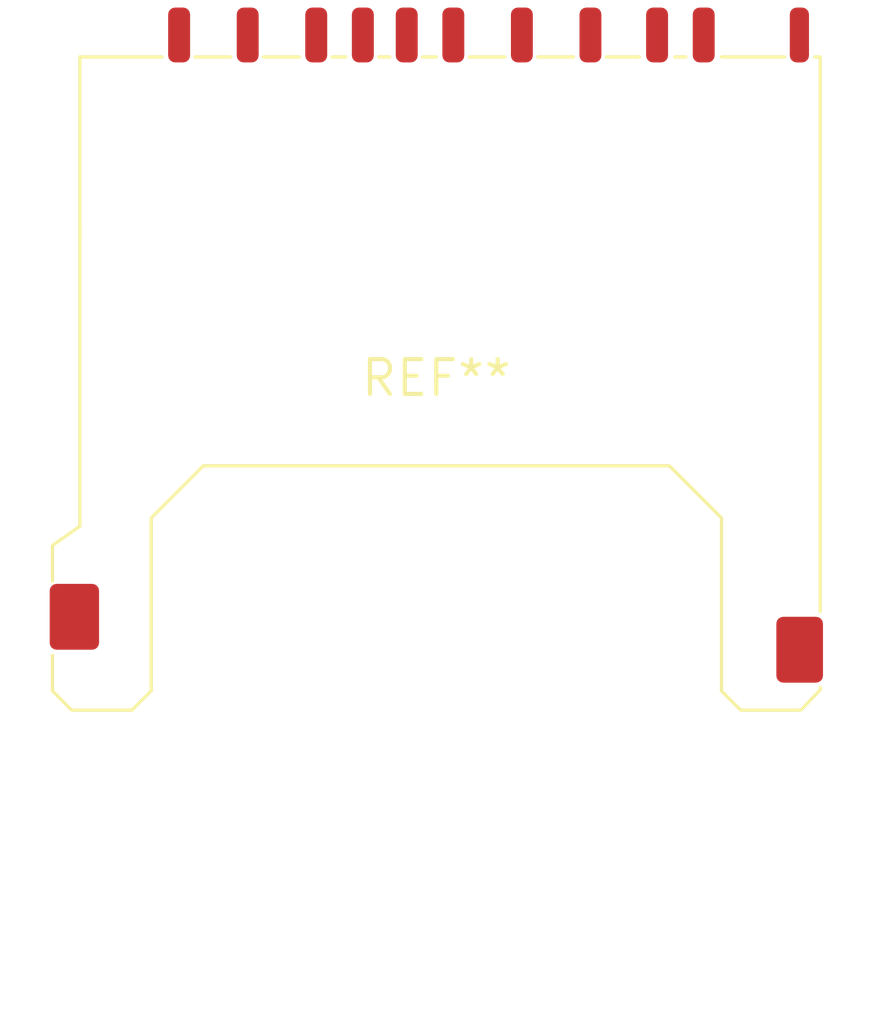
<source format=kicad_pcb>
(kicad_pcb (version 20240108) (generator pcbnew)
  (layers (0 "F.Cu" signal) (31 "B.Cu" signal) (34 "B.Paste" user) (35 "F.Paste" user) (36 "B.SilkS" user "B.Silkscreen") (37 "F.SilkS" user "F.Silkscreen") (38 "B.Mask" user) (39 "F.Mask" user) (44 "Edge.Cuts" user))
  (net 0 "")
  (footprint "SD_Kyocera_145638109211859+" (layer "F.Cu") (at 0 0)
    (property "Reference" "REF**")
    (property "Value" "SD_Kyocera_145638109211859+")
    (fp_line (start -14 6.1) (end -14 7.4) (layer "F.SilkS") (stroke (width 0.12)))
    (fp_line (start -14 6.1) (end -13 5.4) (layer "F.SilkS") (stroke (width 0.12)))
    (fp_line (start -14 10.1) (end -14 11.4) (layer "F.SilkS") (stroke (width 0.12)))
    (fp_line (start -13.3 12.1) (end -14 11.4) (layer "F.SilkS") (stroke (width 0.12)))
    (fp_line (start -13.3 12.1) (end -11.1 12.1) (layer "F.SilkS") (stroke (width 0.12)))
    (fp_line (start -13 -11.7) (end -10 -11.7) (layer "F.SilkS") (stroke (width 0.12)))
    (fp_line (start -13 5.4) (end -13 -11.7) (layer "F.SilkS") (stroke (width 0.12)))
    (fp_line (start -10.4 11.4) (end -11.1 12.1) (layer "F.SilkS") (stroke (width 0.12)))
    (fp_line (start -10.4 11.4) (end -10.4 5.1) (layer "F.SilkS") (stroke (width 0.12)))
    (fp_line (start -8.8 -11.7) (end -7.5 -11.7) (layer "F.SilkS") (stroke (width 0.12)))
    (fp_line (start -8.5 3.2) (end -10.4 5.1) (layer "F.SilkS") (stroke (width 0.12)))
    (fp_line (start -6.3 -11.7) (end -5 -11.7) (layer "F.SilkS") (stroke (width 0.12)))
    (fp_line (start -3.8 -11.7) (end -3.3 -11.7) (layer "F.SilkS") (stroke (width 0.12)))
    (fp_line (start -2.1 -11.7) (end -1.7 -11.7) (layer "F.SilkS") (stroke (width 0.12)))
    (fp_line (start -0.5 -11.7) (end 0 -11.7) (layer "F.SilkS") (stroke (width 0.12)))
    (fp_line (start 1.2 -11.7) (end 2.5 -11.7) (layer "F.SilkS") (stroke (width 0.12)))
    (fp_line (start 3.7 -11.7) (end 5 -11.7) (layer "F.SilkS") (stroke (width 0.12)))
    (fp_line (start 6.2 -11.7) (end 7.4 -11.7) (layer "F.SilkS") (stroke (width 0.12)))
    (fp_line (start 8.5 3.2) (end -8.5 3.2) (layer "F.SilkS") (stroke (width 0.12)))
    (fp_line (start 8.5 3.2) (end 10.4 5.1) (layer "F.SilkS") (stroke (width 0.12)))
    (fp_line (start 8.7 -11.7) (end 9.1 -11.7) (layer "F.SilkS") (stroke (width 0.12)))
    (fp_line (start 10.4 -11.7) (end 12.7 -11.7) (layer "F.SilkS") (stroke (width 0.12)))
    (fp_line (start 10.4 11.4) (end 10.4 5.1) (layer "F.SilkS") (stroke (width 0.12)))
    (fp_line (start 10.4 11.4) (end 11.1 12.1) (layer "F.SilkS") (stroke (width 0.12)))
    (fp_line (start 13.26 12.1) (end 11.1 12.1) (layer "F.SilkS") (stroke (width 0.12)))
    (fp_line (start 13.3 12.1) (end 14 11.36) (layer "F.SilkS") (stroke (width 0.12)))
    (fp_line (start 13.8 -11.7) (end 14 -11.7) (layer "F.SilkS") (stroke (width 0.12)))
    (fp_line (start 14 -11.7) (end 14 8.5) (layer "F.SilkS") (stroke (width 0.12)))
    (fp_line (start 14 11.28) (end 14 11.36) (layer "F.SilkS") (stroke (width 0.12)))
    (pad "" np_thru_hole circle (at -12.1 -5.3 180) (size 1.5 1.5) (drill 1.5) (layers *.Cu *.Mask))
    (pad "" np_thru_hole circle (at 12.1 -5.3 180) (size 1.5 1.5) (drill 1.5) (layers *.Cu *.Mask))
    (pad "1" smd roundrect (at -6.88 -12.5) (size 0.8 2) (layers "F.Cu" "F.Paste" "F.Mask") (roundrect_rratio 0.313))
    (pad "2" smd roundrect (at -4.38 -12.5) (size 0.8 2) (layers "F.Cu" "F.Paste" "F.Mask") (roundrect_rratio 0.313))
    (pad "3" smd roundrect (at -1.08 -12.5) (size 0.8 2) (layers "F.Cu" "F.Paste" "F.Mask") (roundrect_rratio 0.313))
    (pad "4" smd roundrect (at 0.62 -12.5) (size 0.8 2) (layers "F.Cu" "F.Paste" "F.Mask") (roundrect_rratio 0.313))
    (pad "5" smd roundrect (at 3.12 -12.5) (size 0.8 2) (layers "F.Cu" "F.Paste" "F.Mask") (roundrect_rratio 0.313))
    (pad "6" smd roundrect (at 5.62 -12.5) (size 0.8 2) (layers "F.Cu" "F.Paste" "F.Mask") (roundrect_rratio 0.313))
    (pad "7" smd roundrect (at 8.05 -12.5) (size 0.8 2) (layers "F.Cu" "F.Paste" "F.Mask") (roundrect_rratio 0.313))
    (pad "8" smd roundrect (at 9.75 -12.5) (size 0.8 2) (layers "F.Cu" "F.Paste" "F.Mask") (roundrect_rratio 0.313))
    (pad "9" smd roundrect (at -9.38 -12.5) (size 0.8 2) (layers "F.Cu" "F.Paste" "F.Mask") (roundrect_rratio 0.313))
    (pad "10" smd roundrect (at -2.68 -12.5) (size 0.8 2) (layers "F.Cu" "F.Paste" "F.Mask") (roundrect_rratio 0.313))
    (pad "11" smd roundrect (at 13.24 -12.5) (size 0.7 2) (layers "F.Cu" "F.Paste" "F.Mask") (roundrect_rratio 0.357))
    (pad "12" smd roundrect (at 13.25 9.9) (size 1.7 2.4) (layers "F.Cu" "F.Paste" "F.Mask") (roundrect_rratio 0.147))
    (pad "13" smd roundrect (at -13.2 8.7) (size 1.8 2.4) (layers "F.Cu" "F.Paste" "F.Mask") (roundrect_rratio 0.139))
  )
)
</source>
